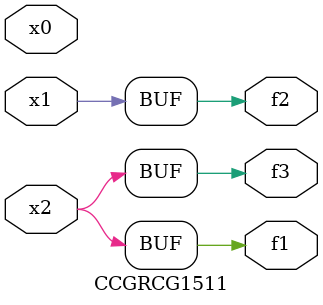
<source format=v>
module CCGRCG1511(
	input x0, x1, x2,
	output f1, f2, f3
);
	assign f1 = x2;
	assign f2 = x1;
	assign f3 = x2;
endmodule

</source>
